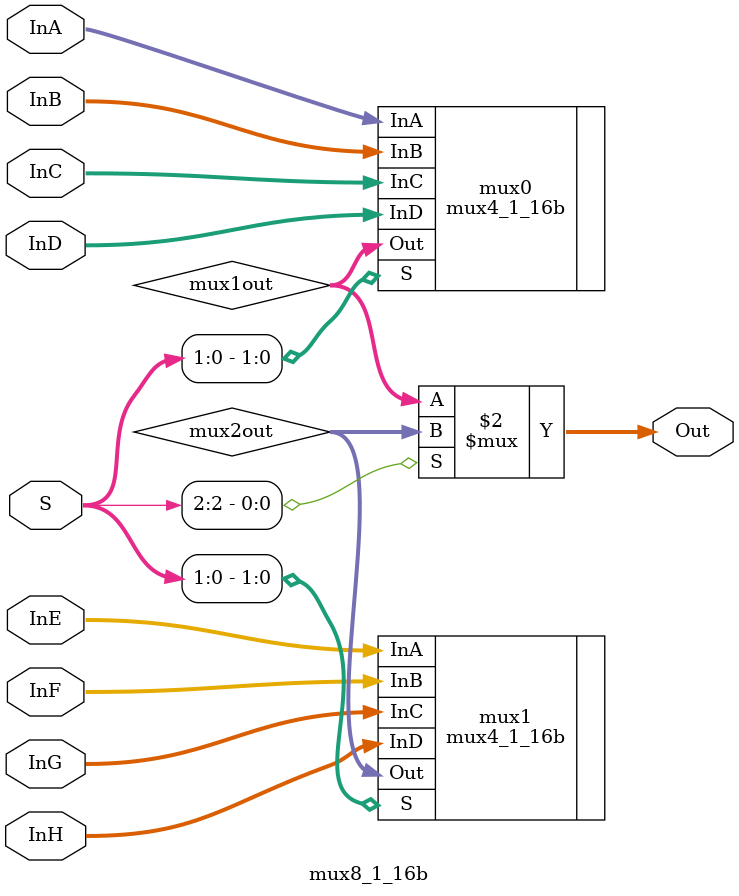
<source format=v>
/*
    CS/ECE 552 Spring '19
    Homework #3, Problem 1

    a 4-bit (quad) 4-1 Mux template
*/
module mux8_1_16b(InA, InB, InC, InD, InE, InF, InG, InH, S, Out);

    // parameter N for length of inputs and outputs (to use with larger inputs/outputs)
    parameter N = 16;

    input [N-1:0]   InA, InB, InC, InD, InE, InF, InG, InH;
    input [2:0]     S;
    output [N-1:0]  Out;

    wire [15:0] mux1out, mux2out;
    mux4_1_16b mux0(.InA(InA), .InB(InB), .InC(InC), .InD(InD), .S(S[1:0]), .Out(mux1out));
    mux4_1_16b mux1(.InA(InE), .InB(InF), .InC(InG), .InD(InH), .S(S[1:0]), .Out(mux2out));

    assign Out = (S[2] == 1'b0) ? mux1out : mux2out;
endmodule
</source>
